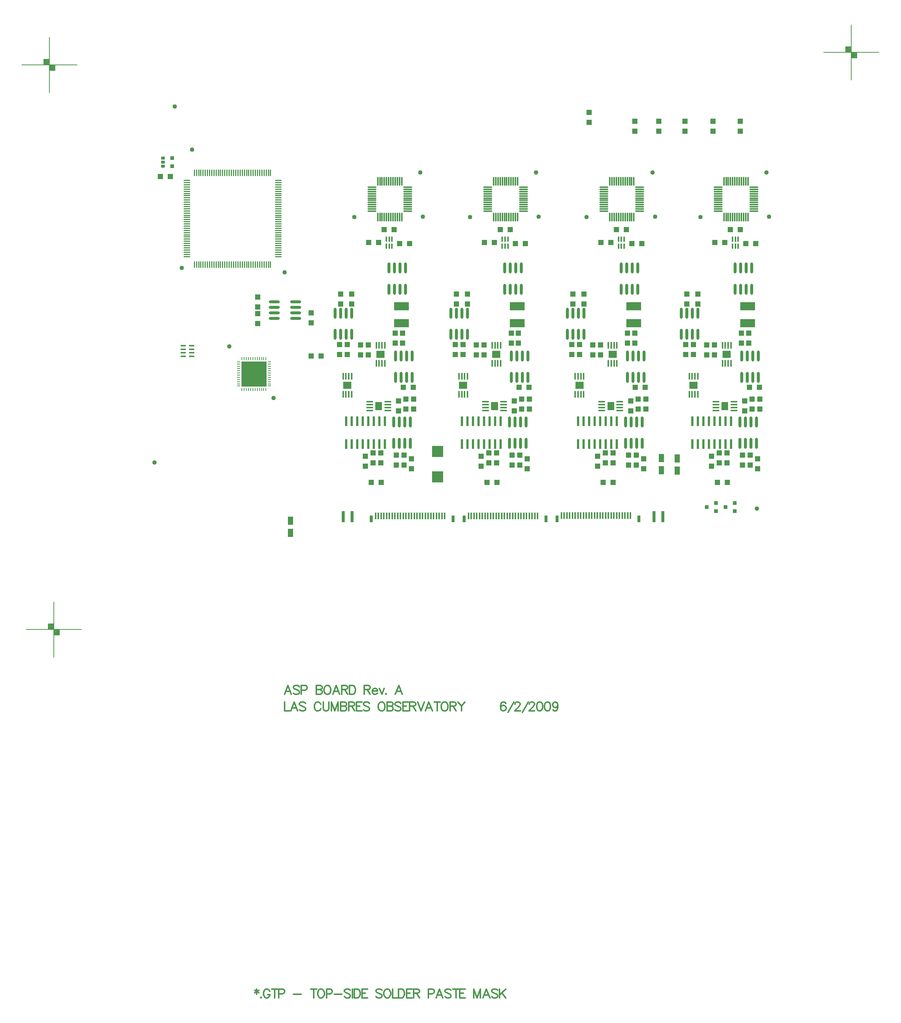
<source format=gtp>
%FSLAX23Y23*%
%MOIN*%
G70*
G01*
G75*
G04 Layer_Color=8421504*
%ADD10C,0.005*%
%ADD11R,0.050X0.050*%
%ADD12O,0.098X0.028*%
%ADD13R,0.036X0.036*%
%ADD14R,0.030X0.100*%
%ADD15R,0.014X0.060*%
%ADD16R,0.031X0.060*%
%ADD17R,0.048X0.078*%
%ADD18R,0.050X0.050*%
%ADD19O,0.033X0.008*%
%ADD20O,0.008X0.033*%
%ADD21R,0.228X0.228*%
%ADD22R,0.016X0.061*%
%ADD23R,0.074X0.062*%
%ADD24R,0.134X0.075*%
%ADD25O,0.028X0.098*%
%ADD26R,0.024X0.087*%
%ADD27R,0.061X0.016*%
%ADD28R,0.062X0.074*%
%ADD29O,0.012X0.083*%
%ADD30O,0.083X0.012*%
%ADD31R,0.014X0.049*%
%ADD32R,0.036X0.028*%
%ADD33O,0.061X0.010*%
%ADD34O,0.010X0.061*%
%ADD35R,0.045X0.017*%
%ADD36R,0.100X0.100*%
%ADD37C,0.040*%
%ADD38C,0.025*%
%ADD39C,0.010*%
%ADD40C,0.012*%
%ADD41R,1.181X0.787*%
%ADD42C,0.008*%
%ADD43C,0.012*%
%ADD44C,0.012*%
%ADD45C,0.050*%
%ADD46C,0.026*%
%ADD47P,0.057X4X247.5*%
%ADD48C,0.080*%
%ADD49C,0.020*%
%ADD50R,0.060X0.060*%
%ADD51C,0.060*%
%ADD52R,0.060X0.060*%
%ADD53C,0.059*%
%ADD54R,0.059X0.059*%
%ADD55R,0.059X0.059*%
%ADD56C,0.236*%
%ADD57C,0.024*%
%ADD58C,0.040*%
%ADD59C,0.100*%
%ADD60C,0.045*%
%ADD61C,0.033*%
%ADD62C,0.072*%
%ADD63C,0.030*%
%ADD64C,0.055*%
G04:AMPARAMS|DCode=65|XSize=95.433mil|YSize=95.433mil|CornerRadius=0mil|HoleSize=0mil|Usage=FLASHONLY|Rotation=0.000|XOffset=0mil|YOffset=0mil|HoleType=Round|Shape=Relief|Width=10mil|Gap=10mil|Entries=4|*
%AMTHD65*
7,0,0,0.095,0.075,0.010,45*
%
%ADD65THD65*%
G04:AMPARAMS|DCode=66|XSize=112mil|YSize=112mil|CornerRadius=0mil|HoleSize=0mil|Usage=FLASHONLY|Rotation=0.000|XOffset=0mil|YOffset=0mil|HoleType=Round|Shape=Relief|Width=10mil|Gap=10mil|Entries=4|*
%AMTHD66*
7,0,0,0.112,0.092,0.010,45*
%
%ADD66THD66*%
%ADD67C,0.138*%
G04:AMPARAMS|DCode=68|XSize=70mil|YSize=70mil|CornerRadius=0mil|HoleSize=0mil|Usage=FLASHONLY|Rotation=0.000|XOffset=0mil|YOffset=0mil|HoleType=Round|Shape=Relief|Width=10mil|Gap=10mil|Entries=4|*
%AMTHD68*
7,0,0,0.070,0.050,0.010,45*
%
%ADD68THD68*%
%ADD69C,0.030*%
G04:AMPARAMS|DCode=70|XSize=85mil|YSize=85mil|CornerRadius=0mil|HoleSize=0mil|Usage=FLASHONLY|Rotation=0.000|XOffset=0mil|YOffset=0mil|HoleType=Round|Shape=Relief|Width=10mil|Gap=10mil|Entries=4|*
%AMTHD70*
7,0,0,0.085,0.065,0.010,45*
%
%ADD70THD70*%
%ADD71R,0.078X0.048*%
%ADD72R,0.060X0.086*%
%ADD73R,0.086X0.060*%
%ADD74R,0.075X0.063*%
%ADD75R,0.044X0.096*%
%ADD76R,1.181X0.787*%
%ADD77C,0.010*%
%ADD78C,0.010*%
%ADD79C,0.008*%
%ADD80C,0.024*%
%ADD81C,0.004*%
%ADD82C,0.006*%
%ADD83C,0.007*%
%ADD84R,0.240X0.165*%
%ADD85R,0.074X0.062*%
%ADD86R,0.062X0.074*%
D11*
X11980Y11992D02*
D03*
Y12082D02*
D03*
Y12233D02*
D03*
Y12143D02*
D03*
X16420Y11817D02*
D03*
Y11907D02*
D03*
X16110Y11709D02*
D03*
Y11799D02*
D03*
X16353Y11815D02*
D03*
Y11905D02*
D03*
X16450Y11309D02*
D03*
Y11219D02*
D03*
X16520Y11309D02*
D03*
Y11219D02*
D03*
X16040Y11709D02*
D03*
Y11799D02*
D03*
X15960Y12259D02*
D03*
Y12169D02*
D03*
X16433Y10801D02*
D03*
Y10711D02*
D03*
X16083Y10701D02*
D03*
Y10791D02*
D03*
X15919Y11712D02*
D03*
Y11802D02*
D03*
X15860Y12169D02*
D03*
Y12259D02*
D03*
X15849Y11802D02*
D03*
Y11712D02*
D03*
X16223Y10731D02*
D03*
Y10821D02*
D03*
X16153Y10731D02*
D03*
Y10821D02*
D03*
X16500Y10679D02*
D03*
Y10769D02*
D03*
X16363Y10711D02*
D03*
Y10801D02*
D03*
X16383Y11291D02*
D03*
Y11201D02*
D03*
X15389Y11817D02*
D03*
Y11907D02*
D03*
X15079Y11709D02*
D03*
Y11799D02*
D03*
X15322Y11815D02*
D03*
Y11905D02*
D03*
X15419Y11309D02*
D03*
Y11219D02*
D03*
X15489Y11309D02*
D03*
Y11219D02*
D03*
X15009Y11709D02*
D03*
Y11799D02*
D03*
X14929Y12259D02*
D03*
Y12169D02*
D03*
X15402Y10801D02*
D03*
Y10711D02*
D03*
X15052Y10701D02*
D03*
Y10791D02*
D03*
X14888Y11712D02*
D03*
Y11802D02*
D03*
X14829Y12169D02*
D03*
Y12259D02*
D03*
X14818Y11802D02*
D03*
Y11712D02*
D03*
X15192Y10731D02*
D03*
Y10821D02*
D03*
X15122Y10731D02*
D03*
Y10821D02*
D03*
X15469Y10679D02*
D03*
Y10769D02*
D03*
X15332Y10711D02*
D03*
Y10801D02*
D03*
X15352Y11291D02*
D03*
Y11201D02*
D03*
X14337Y11817D02*
D03*
Y11907D02*
D03*
X14027Y11709D02*
D03*
Y11799D02*
D03*
X14271Y11815D02*
D03*
Y11905D02*
D03*
X14367Y11309D02*
D03*
Y11219D02*
D03*
X14437Y11309D02*
D03*
Y11219D02*
D03*
X13957Y11709D02*
D03*
Y11799D02*
D03*
X13877Y12259D02*
D03*
Y12169D02*
D03*
X14350Y10801D02*
D03*
Y10711D02*
D03*
X14000Y10701D02*
D03*
Y10791D02*
D03*
X13836Y11712D02*
D03*
Y11802D02*
D03*
X13777Y12169D02*
D03*
Y12259D02*
D03*
X13766Y11802D02*
D03*
Y11712D02*
D03*
X14140Y10731D02*
D03*
Y10821D02*
D03*
X14070Y10731D02*
D03*
Y10821D02*
D03*
X14417Y10679D02*
D03*
Y10769D02*
D03*
X14280Y10711D02*
D03*
Y10801D02*
D03*
X14300Y11291D02*
D03*
Y11201D02*
D03*
X13290Y11817D02*
D03*
Y11907D02*
D03*
X12980Y11709D02*
D03*
Y11799D02*
D03*
X13224Y11815D02*
D03*
Y11905D02*
D03*
X13320Y11309D02*
D03*
Y11219D02*
D03*
X13390Y11309D02*
D03*
Y11219D02*
D03*
X12910Y11709D02*
D03*
Y11799D02*
D03*
X12830Y12259D02*
D03*
Y12169D02*
D03*
X13303Y10801D02*
D03*
Y10711D02*
D03*
X12953Y10701D02*
D03*
Y10791D02*
D03*
X12789Y11712D02*
D03*
Y11802D02*
D03*
X12730Y12169D02*
D03*
Y12259D02*
D03*
X12719Y11802D02*
D03*
Y11712D02*
D03*
X13093Y10731D02*
D03*
Y10821D02*
D03*
X13023Y10731D02*
D03*
Y10821D02*
D03*
X13370Y10679D02*
D03*
Y10769D02*
D03*
X13233Y10711D02*
D03*
Y10801D02*
D03*
X13253Y11291D02*
D03*
Y11201D02*
D03*
X12464Y11999D02*
D03*
Y12089D02*
D03*
X15605Y13733D02*
D03*
Y13823D02*
D03*
X16097Y13733D02*
D03*
Y13823D02*
D03*
X16343D02*
D03*
Y13733D02*
D03*
X14975Y13901D02*
D03*
Y13811D02*
D03*
X15389Y13823D02*
D03*
Y13733D02*
D03*
X15841Y13823D02*
D03*
Y13733D02*
D03*
D12*
X12129Y12189D02*
D03*
Y12139D02*
D03*
Y12089D02*
D03*
Y12039D02*
D03*
X12322Y12189D02*
D03*
Y12139D02*
D03*
Y12089D02*
D03*
Y12039D02*
D03*
D13*
X16294Y10294D02*
D03*
X16208Y10331D02*
D03*
X16294Y10368D02*
D03*
X16124Y10294D02*
D03*
X16038Y10331D02*
D03*
X16124Y10368D02*
D03*
X11207Y13414D02*
D03*
Y13488D02*
D03*
D14*
X15642Y10245D02*
D03*
X15563D02*
D03*
X12832Y10244D02*
D03*
X12753D02*
D03*
D15*
X13045Y10253D02*
D03*
X13070D02*
D03*
X13095D02*
D03*
X13120D02*
D03*
X13145D02*
D03*
X13170D02*
D03*
X13195D02*
D03*
X13220D02*
D03*
X13245D02*
D03*
X13270D02*
D03*
X13295D02*
D03*
X13320D02*
D03*
X13345D02*
D03*
X13370D02*
D03*
X13395D02*
D03*
X13420D02*
D03*
X13445D02*
D03*
X13470D02*
D03*
X13495D02*
D03*
X13520D02*
D03*
X13545D02*
D03*
X13570D02*
D03*
X13595D02*
D03*
X13620D02*
D03*
X13645D02*
D03*
X13670D02*
D03*
X13885D02*
D03*
X13910D02*
D03*
X13935D02*
D03*
X13960D02*
D03*
X13985D02*
D03*
X14010D02*
D03*
X14035D02*
D03*
X14060D02*
D03*
X14085D02*
D03*
X14110D02*
D03*
X14135D02*
D03*
X14160D02*
D03*
X14185D02*
D03*
X14210D02*
D03*
X14235D02*
D03*
X14260D02*
D03*
X14285D02*
D03*
X14310D02*
D03*
X14335D02*
D03*
X14360D02*
D03*
X14385D02*
D03*
X14410D02*
D03*
X14435D02*
D03*
X14460D02*
D03*
X14485D02*
D03*
X14510D02*
D03*
X14725Y10254D02*
D03*
X14750D02*
D03*
X14775D02*
D03*
X14800D02*
D03*
X14825D02*
D03*
X14850D02*
D03*
X14875D02*
D03*
X14900D02*
D03*
X14925D02*
D03*
X14950D02*
D03*
X14975D02*
D03*
X15000D02*
D03*
X15025D02*
D03*
X15050D02*
D03*
X15075D02*
D03*
X15100D02*
D03*
X15125D02*
D03*
X15150D02*
D03*
X15175D02*
D03*
X15200D02*
D03*
X15225D02*
D03*
X15250D02*
D03*
X15275D02*
D03*
X15300D02*
D03*
X15325D02*
D03*
X15350D02*
D03*
D16*
X13007Y10226D02*
D03*
X13747D02*
D03*
X13847D02*
D03*
X14587D02*
D03*
X15427D02*
D03*
X14687D02*
D03*
D17*
X15628Y10666D02*
D03*
Y10776D02*
D03*
X12277Y10099D02*
D03*
Y10209D02*
D03*
X15773Y10663D02*
D03*
Y10773D02*
D03*
D18*
X11099Y13321D02*
D03*
X11189D02*
D03*
X12553Y11699D02*
D03*
X12463D02*
D03*
X16515Y11414D02*
D03*
X16425D02*
D03*
X16135Y10554D02*
D03*
X16225D02*
D03*
X16113Y12724D02*
D03*
X16203D02*
D03*
X16254Y12843D02*
D03*
X16344D02*
D03*
X16483Y12714D02*
D03*
X16393D02*
D03*
X15484Y11414D02*
D03*
X15394D02*
D03*
X15104Y10554D02*
D03*
X15194D02*
D03*
X15082Y12724D02*
D03*
X15172D02*
D03*
X15223Y12843D02*
D03*
X15313D02*
D03*
X15452Y12714D02*
D03*
X15362D02*
D03*
X14432Y11414D02*
D03*
X14342D02*
D03*
X14052Y10554D02*
D03*
X14142D02*
D03*
X14030Y12724D02*
D03*
X14120D02*
D03*
X14171Y12843D02*
D03*
X14261D02*
D03*
X14400Y12714D02*
D03*
X14310D02*
D03*
X13385Y11414D02*
D03*
X13295D02*
D03*
X13005Y10554D02*
D03*
X13095D02*
D03*
X12983Y12724D02*
D03*
X13073D02*
D03*
X13124Y12843D02*
D03*
X13214D02*
D03*
X13353Y12714D02*
D03*
X13263D02*
D03*
D19*
X11805Y11644D02*
D03*
Y11624D02*
D03*
Y11605D02*
D03*
Y11585D02*
D03*
Y11565D02*
D03*
Y11546D02*
D03*
Y11526D02*
D03*
Y11506D02*
D03*
Y11487D02*
D03*
Y11467D02*
D03*
Y11447D02*
D03*
Y11428D02*
D03*
X12086D02*
D03*
Y11447D02*
D03*
Y11467D02*
D03*
Y11487D02*
D03*
Y11506D02*
D03*
Y11526D02*
D03*
Y11546D02*
D03*
Y11565D02*
D03*
Y11585D02*
D03*
Y11605D02*
D03*
Y11624D02*
D03*
Y11644D02*
D03*
D20*
X11837Y11395D02*
D03*
X11857D02*
D03*
X11877D02*
D03*
X11896D02*
D03*
X11916D02*
D03*
X11936D02*
D03*
X11955D02*
D03*
X11975D02*
D03*
X11995D02*
D03*
X12015D02*
D03*
X12034D02*
D03*
X12054D02*
D03*
Y11677D02*
D03*
X12034D02*
D03*
X12015D02*
D03*
X11995D02*
D03*
X11975D02*
D03*
X11955D02*
D03*
X11936D02*
D03*
X11916D02*
D03*
X11896D02*
D03*
X11877D02*
D03*
X11857D02*
D03*
X11837D02*
D03*
D21*
X11946Y11536D02*
D03*
D22*
X16259Y11795D02*
D03*
X16233D02*
D03*
X16207D02*
D03*
X16182D02*
D03*
X16259Y11632D02*
D03*
X16233D02*
D03*
X16207D02*
D03*
X16182D02*
D03*
X15959Y11515D02*
D03*
X15933D02*
D03*
X15907D02*
D03*
X15882D02*
D03*
X15959Y11352D02*
D03*
X15933D02*
D03*
X15907D02*
D03*
X15882D02*
D03*
X15227Y11795D02*
D03*
X15201D02*
D03*
X15176D02*
D03*
X15150D02*
D03*
X15227Y11632D02*
D03*
X15201D02*
D03*
X15176D02*
D03*
X15150D02*
D03*
X14927Y11515D02*
D03*
X14901D02*
D03*
X14876D02*
D03*
X14850D02*
D03*
X14927Y11352D02*
D03*
X14901D02*
D03*
X14876D02*
D03*
X14850D02*
D03*
X14176Y11795D02*
D03*
X14150D02*
D03*
X14125D02*
D03*
X14099D02*
D03*
X14176Y11632D02*
D03*
X14150D02*
D03*
X14125D02*
D03*
X14099D02*
D03*
X13876Y11515D02*
D03*
X13850D02*
D03*
X13825D02*
D03*
X13799D02*
D03*
X13876Y11352D02*
D03*
X13850D02*
D03*
X13825D02*
D03*
X13799D02*
D03*
X13129Y11795D02*
D03*
X13103D02*
D03*
X13077D02*
D03*
X13052D02*
D03*
X13129Y11632D02*
D03*
X13103D02*
D03*
X13077D02*
D03*
X13052D02*
D03*
X12829Y11515D02*
D03*
X12803D02*
D03*
X12777D02*
D03*
X12752D02*
D03*
X12829Y11352D02*
D03*
X12803D02*
D03*
X12777D02*
D03*
X12752D02*
D03*
D23*
X16220Y11714D02*
D03*
X15920Y11434D02*
D03*
X15189Y11714D02*
D03*
X14889Y11434D02*
D03*
X14137Y11714D02*
D03*
X13837Y11434D02*
D03*
X13090Y11714D02*
D03*
X12790Y11434D02*
D03*
D24*
X16410Y11995D02*
D03*
Y12148D02*
D03*
X15379Y11995D02*
D03*
Y12148D02*
D03*
X14327Y11995D02*
D03*
Y12148D02*
D03*
X13280Y11995D02*
D03*
Y12148D02*
D03*
D25*
X16355Y11507D02*
D03*
X16405D02*
D03*
X16455D02*
D03*
X16505D02*
D03*
X16355Y11700D02*
D03*
X16405D02*
D03*
X16455D02*
D03*
X16505D02*
D03*
X15810Y11894D02*
D03*
X15860D02*
D03*
X15910D02*
D03*
X15960D02*
D03*
X15810Y12087D02*
D03*
X15860D02*
D03*
X15910D02*
D03*
X15960D02*
D03*
X16338Y10909D02*
D03*
X16388D02*
D03*
X16438D02*
D03*
X16488D02*
D03*
X16338Y11102D02*
D03*
X16388D02*
D03*
X16438D02*
D03*
X16488D02*
D03*
X16296Y12303D02*
D03*
X16346D02*
D03*
X16396D02*
D03*
X16446D02*
D03*
X16296Y12496D02*
D03*
X16346D02*
D03*
X16396D02*
D03*
X16446D02*
D03*
X15324Y11507D02*
D03*
X15374D02*
D03*
X15424D02*
D03*
X15474D02*
D03*
X15324Y11700D02*
D03*
X15374D02*
D03*
X15424D02*
D03*
X15474D02*
D03*
X14779Y11894D02*
D03*
X14829D02*
D03*
X14879D02*
D03*
X14929D02*
D03*
X14779Y12087D02*
D03*
X14829D02*
D03*
X14879D02*
D03*
X14929D02*
D03*
X15307Y10909D02*
D03*
X15357D02*
D03*
X15407D02*
D03*
X15457D02*
D03*
X15307Y11102D02*
D03*
X15357D02*
D03*
X15407D02*
D03*
X15457D02*
D03*
X15265Y12303D02*
D03*
X15315D02*
D03*
X15365D02*
D03*
X15415D02*
D03*
X15265Y12496D02*
D03*
X15315D02*
D03*
X15365D02*
D03*
X15415D02*
D03*
X14272Y11507D02*
D03*
X14322D02*
D03*
X14372D02*
D03*
X14422D02*
D03*
X14272Y11700D02*
D03*
X14322D02*
D03*
X14372D02*
D03*
X14422D02*
D03*
X13727Y11894D02*
D03*
X13777D02*
D03*
X13827D02*
D03*
X13877D02*
D03*
X13727Y12087D02*
D03*
X13777D02*
D03*
X13827D02*
D03*
X13877D02*
D03*
X14255Y10909D02*
D03*
X14305D02*
D03*
X14355D02*
D03*
X14405D02*
D03*
X14255Y11102D02*
D03*
X14305D02*
D03*
X14355D02*
D03*
X14405D02*
D03*
X14213Y12303D02*
D03*
X14263D02*
D03*
X14313D02*
D03*
X14363D02*
D03*
X14213Y12496D02*
D03*
X14263D02*
D03*
X14313D02*
D03*
X14363D02*
D03*
X13225Y11507D02*
D03*
X13275D02*
D03*
X13325D02*
D03*
X13375D02*
D03*
X13225Y11700D02*
D03*
X13275D02*
D03*
X13325D02*
D03*
X13375D02*
D03*
X12680Y11894D02*
D03*
X12730D02*
D03*
X12780D02*
D03*
X12830D02*
D03*
X12680Y12087D02*
D03*
X12730D02*
D03*
X12780D02*
D03*
X12830D02*
D03*
X13166Y12303D02*
D03*
X13216D02*
D03*
X13266D02*
D03*
X13316D02*
D03*
X13166Y12496D02*
D03*
X13216D02*
D03*
X13266D02*
D03*
X13316D02*
D03*
X13358Y11102D02*
D03*
X13308D02*
D03*
X13258D02*
D03*
X13208D02*
D03*
X13358Y10909D02*
D03*
X13308D02*
D03*
X13258D02*
D03*
X13208D02*
D03*
D26*
X16258Y11108D02*
D03*
X16208D02*
D03*
X16158D02*
D03*
X16108D02*
D03*
X16058D02*
D03*
X16008D02*
D03*
X15958D02*
D03*
X15908D02*
D03*
X16258Y10903D02*
D03*
X16208D02*
D03*
X16158D02*
D03*
X16108D02*
D03*
X16058D02*
D03*
X16008D02*
D03*
X15958D02*
D03*
X15908D02*
D03*
X15227Y11108D02*
D03*
X15177D02*
D03*
X15127D02*
D03*
X15077D02*
D03*
X15027D02*
D03*
X14977D02*
D03*
X14927D02*
D03*
X14877D02*
D03*
X15227Y10903D02*
D03*
X15177D02*
D03*
X15127D02*
D03*
X15077D02*
D03*
X15027D02*
D03*
X14977D02*
D03*
X14927D02*
D03*
X14877D02*
D03*
X14175Y11108D02*
D03*
X14125D02*
D03*
X14075D02*
D03*
X14025D02*
D03*
X13975D02*
D03*
X13925D02*
D03*
X13875D02*
D03*
X13825D02*
D03*
X14175Y10903D02*
D03*
X14125D02*
D03*
X14075D02*
D03*
X14025D02*
D03*
X13975D02*
D03*
X13925D02*
D03*
X13875D02*
D03*
X13825D02*
D03*
X13128Y11108D02*
D03*
X13078D02*
D03*
X13028D02*
D03*
X12978D02*
D03*
X12928D02*
D03*
X12878D02*
D03*
X12828D02*
D03*
X12778D02*
D03*
X13128Y10903D02*
D03*
X13078D02*
D03*
X13028D02*
D03*
X12978D02*
D03*
X12928D02*
D03*
X12878D02*
D03*
X12828D02*
D03*
X12778D02*
D03*
D27*
X16121Y11284D02*
D03*
Y11258D02*
D03*
Y11233D02*
D03*
Y11207D02*
D03*
X16285Y11284D02*
D03*
Y11258D02*
D03*
Y11233D02*
D03*
Y11207D02*
D03*
X15090Y11284D02*
D03*
Y11258D02*
D03*
Y11233D02*
D03*
Y11207D02*
D03*
X15253Y11284D02*
D03*
Y11258D02*
D03*
Y11233D02*
D03*
Y11207D02*
D03*
X14039Y11284D02*
D03*
Y11258D02*
D03*
Y11233D02*
D03*
Y11207D02*
D03*
X14202Y11284D02*
D03*
Y11258D02*
D03*
Y11233D02*
D03*
Y11207D02*
D03*
X12992Y11284D02*
D03*
Y11258D02*
D03*
Y11233D02*
D03*
Y11207D02*
D03*
X13155Y11284D02*
D03*
Y11258D02*
D03*
Y11233D02*
D03*
Y11207D02*
D03*
D28*
X16203Y11246D02*
D03*
X15172D02*
D03*
X14120D02*
D03*
X13073D02*
D03*
D29*
X16195Y12956D02*
D03*
X16215D02*
D03*
X16234D02*
D03*
X16254D02*
D03*
X16274D02*
D03*
X16293D02*
D03*
X16313D02*
D03*
X16333D02*
D03*
X16352D02*
D03*
X16372D02*
D03*
X16392D02*
D03*
X16411D02*
D03*
Y13279D02*
D03*
X16392D02*
D03*
X16372D02*
D03*
X16352D02*
D03*
X16333D02*
D03*
X16313D02*
D03*
X16293D02*
D03*
X16274D02*
D03*
X16254D02*
D03*
X16234D02*
D03*
X16215D02*
D03*
X16195D02*
D03*
X15163Y12956D02*
D03*
X15183D02*
D03*
X15203D02*
D03*
X15222D02*
D03*
X15242D02*
D03*
X15262D02*
D03*
X15282D02*
D03*
X15301D02*
D03*
X15321D02*
D03*
X15341D02*
D03*
X15360D02*
D03*
X15380D02*
D03*
Y13279D02*
D03*
X15360D02*
D03*
X15341D02*
D03*
X15321D02*
D03*
X15301D02*
D03*
X15282D02*
D03*
X15262D02*
D03*
X15242D02*
D03*
X15222D02*
D03*
X15203D02*
D03*
X15183D02*
D03*
X15163D02*
D03*
X13065Y12956D02*
D03*
X13085D02*
D03*
X13104D02*
D03*
X13124D02*
D03*
X13144D02*
D03*
X13163D02*
D03*
X13183D02*
D03*
X13203D02*
D03*
X13222D02*
D03*
X13242D02*
D03*
X13262D02*
D03*
X13282D02*
D03*
Y13279D02*
D03*
X13262D02*
D03*
X13242D02*
D03*
X13222D02*
D03*
X13203D02*
D03*
X13183D02*
D03*
X13163D02*
D03*
X13144D02*
D03*
X13124D02*
D03*
X13104D02*
D03*
X13085D02*
D03*
X13065D02*
D03*
X14112D02*
D03*
X14132D02*
D03*
X14152D02*
D03*
X14171D02*
D03*
X14191D02*
D03*
X14211D02*
D03*
X14230D02*
D03*
X14250D02*
D03*
X14270D02*
D03*
X14289D02*
D03*
X14309D02*
D03*
X14329D02*
D03*
Y12956D02*
D03*
X14309D02*
D03*
X14289D02*
D03*
X14270D02*
D03*
X14250D02*
D03*
X14230D02*
D03*
X14211D02*
D03*
X14191D02*
D03*
X14171D02*
D03*
X14152D02*
D03*
X14132D02*
D03*
X14112D02*
D03*
D30*
X16465Y13009D02*
D03*
Y13029D02*
D03*
Y13049D02*
D03*
Y13068D02*
D03*
Y13088D02*
D03*
Y13108D02*
D03*
Y13127D02*
D03*
Y13147D02*
D03*
Y13167D02*
D03*
Y13187D02*
D03*
Y13206D02*
D03*
Y13226D02*
D03*
X16142D02*
D03*
Y13206D02*
D03*
Y13187D02*
D03*
Y13167D02*
D03*
Y13147D02*
D03*
Y13127D02*
D03*
Y13108D02*
D03*
Y13088D02*
D03*
Y13068D02*
D03*
Y13049D02*
D03*
Y13029D02*
D03*
Y13009D02*
D03*
X15433D02*
D03*
Y13029D02*
D03*
Y13049D02*
D03*
Y13068D02*
D03*
Y13088D02*
D03*
Y13108D02*
D03*
Y13127D02*
D03*
Y13147D02*
D03*
Y13167D02*
D03*
Y13187D02*
D03*
Y13206D02*
D03*
Y13226D02*
D03*
X15110D02*
D03*
Y13206D02*
D03*
Y13187D02*
D03*
Y13167D02*
D03*
Y13147D02*
D03*
Y13127D02*
D03*
Y13108D02*
D03*
Y13088D02*
D03*
Y13068D02*
D03*
Y13049D02*
D03*
Y13029D02*
D03*
Y13009D02*
D03*
X13335D02*
D03*
Y13029D02*
D03*
Y13049D02*
D03*
Y13068D02*
D03*
Y13088D02*
D03*
Y13108D02*
D03*
Y13127D02*
D03*
Y13147D02*
D03*
Y13167D02*
D03*
Y13187D02*
D03*
Y13206D02*
D03*
Y13226D02*
D03*
X13012D02*
D03*
Y13206D02*
D03*
Y13187D02*
D03*
Y13167D02*
D03*
Y13147D02*
D03*
Y13127D02*
D03*
Y13108D02*
D03*
Y13088D02*
D03*
Y13068D02*
D03*
Y13049D02*
D03*
Y13029D02*
D03*
Y13009D02*
D03*
X14059D02*
D03*
Y13029D02*
D03*
Y13049D02*
D03*
Y13068D02*
D03*
Y13088D02*
D03*
Y13108D02*
D03*
Y13127D02*
D03*
Y13147D02*
D03*
Y13167D02*
D03*
Y13187D02*
D03*
Y13206D02*
D03*
Y13226D02*
D03*
X14382D02*
D03*
Y13206D02*
D03*
Y13187D02*
D03*
Y13167D02*
D03*
Y13147D02*
D03*
Y13127D02*
D03*
Y13108D02*
D03*
Y13088D02*
D03*
Y13068D02*
D03*
Y13049D02*
D03*
Y13029D02*
D03*
Y13009D02*
D03*
D31*
X16324Y12754D02*
D03*
X16298D02*
D03*
X16273D02*
D03*
X16324Y12693D02*
D03*
X16298D02*
D03*
X16273D02*
D03*
X15292Y12754D02*
D03*
X15267D02*
D03*
X15241D02*
D03*
X15292Y12693D02*
D03*
X15267D02*
D03*
X15241D02*
D03*
X14241Y12754D02*
D03*
X14215D02*
D03*
X14190D02*
D03*
X14241Y12693D02*
D03*
X14215D02*
D03*
X14190D02*
D03*
X13194Y12754D02*
D03*
X13168D02*
D03*
X13143D02*
D03*
X13194Y12693D02*
D03*
X13168D02*
D03*
X13143D02*
D03*
D32*
X11121Y13451D02*
D03*
Y13414D02*
D03*
Y13488D02*
D03*
D33*
X11338Y13285D02*
D03*
Y13266D02*
D03*
Y13246D02*
D03*
Y13226D02*
D03*
Y13207D02*
D03*
Y13187D02*
D03*
Y13167D02*
D03*
Y13148D02*
D03*
Y13128D02*
D03*
Y13108D02*
D03*
Y13089D02*
D03*
Y13069D02*
D03*
Y13049D02*
D03*
Y13029D02*
D03*
Y13010D02*
D03*
Y12990D02*
D03*
Y12970D02*
D03*
Y12951D02*
D03*
Y12931D02*
D03*
Y12911D02*
D03*
Y12892D02*
D03*
Y12872D02*
D03*
Y12852D02*
D03*
Y12833D02*
D03*
Y12813D02*
D03*
Y12793D02*
D03*
Y12774D02*
D03*
Y12754D02*
D03*
Y12734D02*
D03*
Y12715D02*
D03*
Y12695D02*
D03*
Y12675D02*
D03*
Y12655D02*
D03*
Y12636D02*
D03*
Y12616D02*
D03*
Y12596D02*
D03*
X12167D02*
D03*
Y12616D02*
D03*
Y12636D02*
D03*
Y12655D02*
D03*
Y12675D02*
D03*
Y12695D02*
D03*
Y12715D02*
D03*
Y12734D02*
D03*
Y12754D02*
D03*
Y12774D02*
D03*
Y12793D02*
D03*
Y12813D02*
D03*
Y12833D02*
D03*
Y12852D02*
D03*
Y12872D02*
D03*
Y12892D02*
D03*
Y12911D02*
D03*
Y12931D02*
D03*
Y12951D02*
D03*
Y12970D02*
D03*
Y12990D02*
D03*
Y13010D02*
D03*
Y13029D02*
D03*
Y13049D02*
D03*
Y13069D02*
D03*
Y13089D02*
D03*
Y13108D02*
D03*
Y13128D02*
D03*
Y13148D02*
D03*
Y13167D02*
D03*
Y13187D02*
D03*
Y13207D02*
D03*
Y13226D02*
D03*
Y13246D02*
D03*
Y13266D02*
D03*
Y13285D02*
D03*
D34*
X11408Y12527D02*
D03*
X11428D02*
D03*
X11448D02*
D03*
X11467D02*
D03*
X11487D02*
D03*
X11507D02*
D03*
X11526D02*
D03*
X11546D02*
D03*
X11566D02*
D03*
X11585D02*
D03*
X11605D02*
D03*
X11625D02*
D03*
X11644D02*
D03*
X11664D02*
D03*
X11684D02*
D03*
X11704D02*
D03*
X11723D02*
D03*
X11743D02*
D03*
X11763D02*
D03*
X11782D02*
D03*
X11802D02*
D03*
X11822D02*
D03*
X11841D02*
D03*
X11861D02*
D03*
X11881D02*
D03*
X11900D02*
D03*
X11920D02*
D03*
X11940D02*
D03*
X11959D02*
D03*
X11979D02*
D03*
X11999D02*
D03*
X12018D02*
D03*
X12038D02*
D03*
X12058D02*
D03*
X12078D02*
D03*
X12097D02*
D03*
Y13355D02*
D03*
X12078D02*
D03*
X12058D02*
D03*
X12038D02*
D03*
X12018D02*
D03*
X11999D02*
D03*
X11979D02*
D03*
X11959D02*
D03*
X11940D02*
D03*
X11920D02*
D03*
X11900D02*
D03*
X11881D02*
D03*
X11861D02*
D03*
X11841D02*
D03*
X11822D02*
D03*
X11802D02*
D03*
X11782D02*
D03*
X11763D02*
D03*
X11743D02*
D03*
X11723D02*
D03*
X11704D02*
D03*
X11684D02*
D03*
X11664D02*
D03*
X11644D02*
D03*
X11625D02*
D03*
X11605D02*
D03*
X11585D02*
D03*
X11566D02*
D03*
X11546D02*
D03*
X11526D02*
D03*
X11507D02*
D03*
X11487D02*
D03*
X11467D02*
D03*
X11448D02*
D03*
X11428D02*
D03*
X11408D02*
D03*
D35*
X11382Y11791D02*
D03*
Y11760D02*
D03*
Y11728D02*
D03*
Y11697D02*
D03*
X11305D02*
D03*
Y11728D02*
D03*
Y11760D02*
D03*
Y11791D02*
D03*
D36*
X13607Y10835D02*
D03*
Y10605D02*
D03*
D37*
X11047Y10736D02*
D03*
X11230Y13957D02*
D03*
X16492Y10318D02*
D03*
X12124Y11319D02*
D03*
X11724Y11785D02*
D03*
X12222Y12457D02*
D03*
X11291Y12495D02*
D03*
X11385Y13567D02*
D03*
X13473Y12960D02*
D03*
X12852Y12955D02*
D03*
X13449Y13360D02*
D03*
X14496D02*
D03*
X13899Y12955D02*
D03*
X14520Y12960D02*
D03*
X15548Y13360D02*
D03*
X14951Y12955D02*
D03*
X15572Y12960D02*
D03*
X16579Y13360D02*
D03*
X15982Y12955D02*
D03*
X16603Y12960D02*
D03*
D42*
X9847Y14333D02*
X10347D01*
X10097Y14083D02*
Y14583D01*
X10147Y14283D02*
Y14333D01*
X10097Y14283D02*
X10147D01*
X10047Y14333D02*
Y14383D01*
X10097D01*
X10052Y14338D02*
X10092D01*
X10052D02*
Y14378D01*
X10092D01*
Y14338D02*
Y14378D01*
X10057Y14343D02*
X10087D01*
X10057D02*
Y14373D01*
X10087D01*
Y14348D02*
Y14373D01*
X10062Y14348D02*
X10082D01*
X10062D02*
Y14368D01*
X10082D01*
Y14353D02*
Y14368D01*
X10067Y14353D02*
X10077D01*
X10067D02*
Y14363D01*
X10077D01*
Y14353D02*
Y14363D01*
X10067Y14358D02*
X10077D01*
X10102Y14288D02*
X10142D01*
X10102D02*
Y14328D01*
X10142D01*
Y14288D02*
Y14328D01*
X10107Y14293D02*
X10137D01*
X10107D02*
Y14323D01*
X10137D01*
Y14298D02*
Y14323D01*
X10112Y14298D02*
X10132D01*
X10112D02*
Y14318D01*
X10132D01*
Y14303D02*
Y14318D01*
X10117Y14303D02*
X10127D01*
X10117D02*
Y14313D01*
X10127D01*
Y14303D02*
Y14313D01*
X10117Y14308D02*
X10127D01*
X9885Y9227D02*
X10385D01*
X10135Y8977D02*
Y9477D01*
X10185Y9177D02*
Y9227D01*
X10135Y9177D02*
X10185D01*
X10085Y9227D02*
Y9277D01*
X10135D01*
X10090Y9232D02*
X10130D01*
X10090D02*
Y9272D01*
X10130D01*
Y9232D02*
Y9272D01*
X10095Y9237D02*
X10125D01*
X10095D02*
Y9267D01*
X10125D01*
Y9242D02*
Y9267D01*
X10100Y9242D02*
X10120D01*
X10100D02*
Y9262D01*
X10120D01*
Y9247D02*
Y9262D01*
X10105Y9247D02*
X10115D01*
X10105D02*
Y9257D01*
X10115D01*
Y9247D02*
Y9257D01*
X10105Y9252D02*
X10115D01*
X10140Y9182D02*
X10180D01*
X10140D02*
Y9222D01*
X10180D01*
Y9182D02*
Y9222D01*
X10145Y9187D02*
X10175D01*
X10145D02*
Y9217D01*
X10175D01*
Y9192D02*
Y9217D01*
X10150Y9192D02*
X10170D01*
X10150D02*
Y9212D01*
X10170D01*
Y9197D02*
Y9212D01*
X10155Y9197D02*
X10165D01*
X10155D02*
Y9207D01*
X10165D01*
Y9197D02*
Y9207D01*
X10155Y9202D02*
X10165D01*
X17097Y14446D02*
X17597D01*
X17347Y14196D02*
Y14696D01*
X17397Y14396D02*
Y14446D01*
X17347Y14396D02*
X17397D01*
X17297Y14446D02*
Y14496D01*
X17347D01*
X17302Y14451D02*
X17342D01*
X17302D02*
Y14491D01*
X17342D01*
Y14451D02*
Y14491D01*
X17307Y14456D02*
X17337D01*
X17307D02*
Y14486D01*
X17337D01*
Y14461D02*
Y14486D01*
X17312Y14461D02*
X17332D01*
X17312D02*
Y14481D01*
X17332D01*
Y14466D02*
Y14481D01*
X17317Y14466D02*
X17327D01*
X17317D02*
Y14476D01*
X17327D01*
Y14466D02*
Y14476D01*
X17317Y14471D02*
X17327D01*
X17352Y14401D02*
X17392D01*
X17352D02*
Y14441D01*
X17392D01*
Y14401D02*
Y14441D01*
X17357Y14406D02*
X17387D01*
X17357D02*
Y14436D01*
X17387D01*
Y14411D02*
Y14436D01*
X17362Y14411D02*
X17382D01*
X17362D02*
Y14431D01*
X17382D01*
Y14416D02*
Y14431D01*
X17367Y14416D02*
X17377D01*
X17367D02*
Y14426D01*
X17377D01*
Y14416D02*
Y14426D01*
X17367Y14421D02*
X17377D01*
D43*
X12223Y8569D02*
Y8489D01*
X12269D01*
X12339D02*
X12308Y8569D01*
X12278Y8489D01*
X12289Y8516D02*
X12327D01*
X12411Y8557D02*
X12403Y8565D01*
X12392Y8569D01*
X12376D01*
X12365Y8565D01*
X12357Y8557D01*
Y8550D01*
X12361Y8542D01*
X12365Y8538D01*
X12372Y8535D01*
X12395Y8527D01*
X12403Y8523D01*
X12407Y8519D01*
X12411Y8512D01*
Y8500D01*
X12403Y8493D01*
X12392Y8489D01*
X12376D01*
X12365Y8493D01*
X12357Y8500D01*
X12548Y8550D02*
X12545Y8557D01*
X12537Y8565D01*
X12529Y8569D01*
X12514D01*
X12507Y8565D01*
X12499Y8557D01*
X12495Y8550D01*
X12491Y8538D01*
Y8519D01*
X12495Y8508D01*
X12499Y8500D01*
X12507Y8493D01*
X12514Y8489D01*
X12529D01*
X12537Y8493D01*
X12545Y8500D01*
X12548Y8508D01*
X12571Y8569D02*
Y8512D01*
X12575Y8500D01*
X12582Y8493D01*
X12594Y8489D01*
X12601D01*
X12613Y8493D01*
X12620Y8500D01*
X12624Y8512D01*
Y8569D01*
X12646D02*
Y8489D01*
Y8569D02*
X12677Y8489D01*
X12707Y8569D02*
X12677Y8489D01*
X12707Y8569D02*
Y8489D01*
X12730Y8569D02*
Y8489D01*
Y8569D02*
X12764D01*
X12776Y8565D01*
X12780Y8561D01*
X12783Y8554D01*
Y8546D01*
X12780Y8538D01*
X12776Y8535D01*
X12764Y8531D01*
X12730D02*
X12764D01*
X12776Y8527D01*
X12780Y8523D01*
X12783Y8516D01*
Y8504D01*
X12780Y8496D01*
X12776Y8493D01*
X12764Y8489D01*
X12730D01*
X12801Y8569D02*
Y8489D01*
Y8569D02*
X12836D01*
X12847Y8565D01*
X12851Y8561D01*
X12855Y8554D01*
Y8546D01*
X12851Y8538D01*
X12847Y8535D01*
X12836Y8531D01*
X12801D01*
X12828D02*
X12855Y8489D01*
X12922Y8569D02*
X12873D01*
Y8489D01*
X12922D01*
X12873Y8531D02*
X12903D01*
X12989Y8557D02*
X12981Y8565D01*
X12970Y8569D01*
X12954D01*
X12943Y8565D01*
X12935Y8557D01*
Y8550D01*
X12939Y8542D01*
X12943Y8538D01*
X12951Y8535D01*
X12973Y8527D01*
X12981Y8523D01*
X12985Y8519D01*
X12989Y8512D01*
Y8500D01*
X12981Y8493D01*
X12970Y8489D01*
X12954D01*
X12943Y8493D01*
X12935Y8500D01*
X13092Y8569D02*
X13085Y8565D01*
X13077Y8557D01*
X13073Y8550D01*
X13069Y8538D01*
Y8519D01*
X13073Y8508D01*
X13077Y8500D01*
X13085Y8493D01*
X13092Y8489D01*
X13108D01*
X13115Y8493D01*
X13123Y8500D01*
X13127Y8508D01*
X13130Y8519D01*
Y8538D01*
X13127Y8550D01*
X13123Y8557D01*
X13115Y8565D01*
X13108Y8569D01*
X13092D01*
X13149D02*
Y8489D01*
Y8569D02*
X13183D01*
X13195Y8565D01*
X13199Y8561D01*
X13202Y8554D01*
Y8546D01*
X13199Y8538D01*
X13195Y8535D01*
X13183Y8531D01*
X13149D02*
X13183D01*
X13195Y8527D01*
X13199Y8523D01*
X13202Y8516D01*
Y8504D01*
X13199Y8496D01*
X13195Y8493D01*
X13183Y8489D01*
X13149D01*
X13274Y8557D02*
X13266Y8565D01*
X13255Y8569D01*
X13239D01*
X13228Y8565D01*
X13220Y8557D01*
Y8550D01*
X13224Y8542D01*
X13228Y8538D01*
X13236Y8535D01*
X13258Y8527D01*
X13266Y8523D01*
X13270Y8519D01*
X13274Y8512D01*
Y8500D01*
X13266Y8493D01*
X13255Y8489D01*
X13239D01*
X13228Y8493D01*
X13220Y8500D01*
X13341Y8569D02*
X13292D01*
Y8489D01*
X13341D01*
X13292Y8531D02*
X13322D01*
X13354Y8569D02*
Y8489D01*
Y8569D02*
X13389D01*
X13400Y8565D01*
X13404Y8561D01*
X13408Y8554D01*
Y8546D01*
X13404Y8538D01*
X13400Y8535D01*
X13389Y8531D01*
X13354D01*
X13381D02*
X13408Y8489D01*
X13426Y8569D02*
X13456Y8489D01*
X13487Y8569D02*
X13456Y8489D01*
X13558D02*
X13527Y8569D01*
X13497Y8489D01*
X13508Y8516D02*
X13546D01*
X13603Y8569D02*
Y8489D01*
X13576Y8569D02*
X13630D01*
X13662D02*
X13654Y8565D01*
X13647Y8557D01*
X13643Y8550D01*
X13639Y8538D01*
Y8519D01*
X13643Y8508D01*
X13647Y8500D01*
X13654Y8493D01*
X13662Y8489D01*
X13677D01*
X13685Y8493D01*
X13693Y8500D01*
X13696Y8508D01*
X13700Y8519D01*
Y8538D01*
X13696Y8550D01*
X13693Y8557D01*
X13685Y8565D01*
X13677Y8569D01*
X13662D01*
X13719D02*
Y8489D01*
Y8569D02*
X13753D01*
X13765Y8565D01*
X13768Y8561D01*
X13772Y8554D01*
Y8546D01*
X13768Y8538D01*
X13765Y8535D01*
X13753Y8531D01*
X13719D01*
X13746D02*
X13772Y8489D01*
X13790Y8569D02*
X13821Y8531D01*
Y8489D01*
X13851Y8569D02*
X13821Y8531D01*
X14221Y8557D02*
X14217Y8565D01*
X14206Y8569D01*
X14198D01*
X14187Y8565D01*
X14179Y8554D01*
X14176Y8535D01*
Y8516D01*
X14179Y8500D01*
X14187Y8493D01*
X14198Y8489D01*
X14202D01*
X14214Y8493D01*
X14221Y8500D01*
X14225Y8512D01*
Y8516D01*
X14221Y8527D01*
X14214Y8535D01*
X14202Y8538D01*
X14198D01*
X14187Y8535D01*
X14179Y8527D01*
X14176Y8516D01*
X14243Y8477D02*
X14296Y8569D01*
X14305Y8550D02*
Y8554D01*
X14309Y8561D01*
X14313Y8565D01*
X14320Y8569D01*
X14335D01*
X14343Y8565D01*
X14347Y8561D01*
X14351Y8554D01*
Y8546D01*
X14347Y8538D01*
X14339Y8527D01*
X14301Y8489D01*
X14355D01*
X14372Y8477D02*
X14426Y8569D01*
X14435Y8550D02*
Y8554D01*
X14439Y8561D01*
X14443Y8565D01*
X14450Y8569D01*
X14465D01*
X14473Y8565D01*
X14477Y8561D01*
X14481Y8554D01*
Y8546D01*
X14477Y8538D01*
X14469Y8527D01*
X14431Y8489D01*
X14484D01*
X14525Y8569D02*
X14514Y8565D01*
X14506Y8554D01*
X14502Y8535D01*
Y8523D01*
X14506Y8504D01*
X14514Y8493D01*
X14525Y8489D01*
X14533D01*
X14544Y8493D01*
X14552Y8504D01*
X14556Y8523D01*
Y8535D01*
X14552Y8554D01*
X14544Y8565D01*
X14533Y8569D01*
X14525D01*
X14596D02*
X14585Y8565D01*
X14577Y8554D01*
X14574Y8535D01*
Y8523D01*
X14577Y8504D01*
X14585Y8493D01*
X14596Y8489D01*
X14604D01*
X14615Y8493D01*
X14623Y8504D01*
X14627Y8523D01*
Y8535D01*
X14623Y8554D01*
X14615Y8565D01*
X14604Y8569D01*
X14596D01*
X14694Y8542D02*
X14690Y8531D01*
X14683Y8523D01*
X14671Y8519D01*
X14668D01*
X14656Y8523D01*
X14649Y8531D01*
X14645Y8542D01*
Y8546D01*
X14649Y8557D01*
X14656Y8565D01*
X14668Y8569D01*
X14671D01*
X14683Y8565D01*
X14690Y8557D01*
X14694Y8542D01*
Y8523D01*
X14690Y8504D01*
X14683Y8493D01*
X14671Y8489D01*
X14664D01*
X14652Y8493D01*
X14649Y8500D01*
D44*
X11970Y5972D02*
Y5926D01*
X11951Y5961D02*
X11989Y5938D01*
Y5961D02*
X11951Y5938D01*
X12009Y5900D02*
X12006Y5896D01*
X12009Y5892D01*
X12013Y5896D01*
X12009Y5900D01*
X12088Y5953D02*
X12084Y5961D01*
X12076Y5968D01*
X12069Y5972D01*
X12054D01*
X12046Y5968D01*
X12038Y5961D01*
X12035Y5953D01*
X12031Y5942D01*
Y5923D01*
X12035Y5911D01*
X12038Y5904D01*
X12046Y5896D01*
X12054Y5892D01*
X12069D01*
X12076Y5896D01*
X12084Y5904D01*
X12088Y5911D01*
Y5923D01*
X12069D02*
X12088D01*
X12133Y5972D02*
Y5892D01*
X12106Y5972D02*
X12159D01*
X12169Y5930D02*
X12203D01*
X12215Y5934D01*
X12219Y5938D01*
X12222Y5946D01*
Y5957D01*
X12219Y5965D01*
X12215Y5968D01*
X12203Y5972D01*
X12169D01*
Y5892D01*
X12303Y5926D02*
X12372D01*
X12485Y5972D02*
Y5892D01*
X12458Y5972D02*
X12511D01*
X12544D02*
X12536Y5968D01*
X12529Y5961D01*
X12525Y5953D01*
X12521Y5942D01*
Y5923D01*
X12525Y5911D01*
X12529Y5904D01*
X12536Y5896D01*
X12544Y5892D01*
X12559D01*
X12567Y5896D01*
X12574Y5904D01*
X12578Y5911D01*
X12582Y5923D01*
Y5942D01*
X12578Y5953D01*
X12574Y5961D01*
X12567Y5968D01*
X12559Y5972D01*
X12544D01*
X12601Y5930D02*
X12635D01*
X12646Y5934D01*
X12650Y5938D01*
X12654Y5946D01*
Y5957D01*
X12650Y5965D01*
X12646Y5968D01*
X12635Y5972D01*
X12601D01*
Y5892D01*
X12672Y5926D02*
X12740D01*
X12817Y5961D02*
X12810Y5968D01*
X12798Y5972D01*
X12783D01*
X12772Y5968D01*
X12764Y5961D01*
Y5953D01*
X12768Y5946D01*
X12772Y5942D01*
X12779Y5938D01*
X12802Y5930D01*
X12810Y5926D01*
X12813Y5923D01*
X12817Y5915D01*
Y5904D01*
X12810Y5896D01*
X12798Y5892D01*
X12783D01*
X12772Y5896D01*
X12764Y5904D01*
X12835Y5972D02*
Y5892D01*
X12852Y5972D02*
Y5892D01*
Y5972D02*
X12879D01*
X12890Y5968D01*
X12898Y5961D01*
X12901Y5953D01*
X12905Y5942D01*
Y5923D01*
X12901Y5911D01*
X12898Y5904D01*
X12890Y5896D01*
X12879Y5892D01*
X12852D01*
X12973Y5972D02*
X12923D01*
Y5892D01*
X12973D01*
X12923Y5934D02*
X12954D01*
X13102Y5961D02*
X13095Y5968D01*
X13083Y5972D01*
X13068D01*
X13056Y5968D01*
X13049Y5961D01*
Y5953D01*
X13053Y5946D01*
X13056Y5942D01*
X13064Y5938D01*
X13087Y5930D01*
X13095Y5926D01*
X13098Y5923D01*
X13102Y5915D01*
Y5904D01*
X13095Y5896D01*
X13083Y5892D01*
X13068D01*
X13056Y5896D01*
X13049Y5904D01*
X13143Y5972D02*
X13135Y5968D01*
X13128Y5961D01*
X13124Y5953D01*
X13120Y5942D01*
Y5923D01*
X13124Y5911D01*
X13128Y5904D01*
X13135Y5896D01*
X13143Y5892D01*
X13158D01*
X13166Y5896D01*
X13173Y5904D01*
X13177Y5911D01*
X13181Y5923D01*
Y5942D01*
X13177Y5953D01*
X13173Y5961D01*
X13166Y5968D01*
X13158Y5972D01*
X13143D01*
X13200D02*
Y5892D01*
X13245D01*
X13254Y5972D02*
Y5892D01*
Y5972D02*
X13281D01*
X13292Y5968D01*
X13300Y5961D01*
X13304Y5953D01*
X13307Y5942D01*
Y5923D01*
X13304Y5911D01*
X13300Y5904D01*
X13292Y5896D01*
X13281Y5892D01*
X13254D01*
X13375Y5972D02*
X13325D01*
Y5892D01*
X13375D01*
X13325Y5934D02*
X13356D01*
X13388Y5972D02*
Y5892D01*
Y5972D02*
X13422D01*
X13434Y5968D01*
X13438Y5965D01*
X13441Y5957D01*
Y5949D01*
X13438Y5942D01*
X13434Y5938D01*
X13422Y5934D01*
X13388D01*
X13415D02*
X13441Y5892D01*
X13522Y5930D02*
X13557D01*
X13568Y5934D01*
X13572Y5938D01*
X13576Y5946D01*
Y5957D01*
X13572Y5965D01*
X13568Y5968D01*
X13557Y5972D01*
X13522D01*
Y5892D01*
X13654D02*
X13624Y5972D01*
X13593Y5892D01*
X13605Y5919D02*
X13643D01*
X13726Y5961D02*
X13719Y5968D01*
X13707Y5972D01*
X13692D01*
X13681Y5968D01*
X13673Y5961D01*
Y5953D01*
X13677Y5946D01*
X13681Y5942D01*
X13688Y5938D01*
X13711Y5930D01*
X13719Y5926D01*
X13723Y5923D01*
X13726Y5915D01*
Y5904D01*
X13719Y5896D01*
X13707Y5892D01*
X13692D01*
X13681Y5896D01*
X13673Y5904D01*
X13771Y5972D02*
Y5892D01*
X13744Y5972D02*
X13798D01*
X13857D02*
X13807D01*
Y5892D01*
X13857D01*
X13807Y5934D02*
X13838D01*
X13933Y5972D02*
Y5892D01*
Y5972D02*
X13963Y5892D01*
X13994Y5972D02*
X13963Y5892D01*
X13994Y5972D02*
Y5892D01*
X14078D02*
X14047Y5972D01*
X14017Y5892D01*
X14028Y5919D02*
X14066D01*
X14150Y5961D02*
X14142Y5968D01*
X14130Y5972D01*
X14115D01*
X14104Y5968D01*
X14096Y5961D01*
Y5953D01*
X14100Y5946D01*
X14104Y5942D01*
X14111Y5938D01*
X14134Y5930D01*
X14142Y5926D01*
X14146Y5923D01*
X14150Y5915D01*
Y5904D01*
X14142Y5896D01*
X14130Y5892D01*
X14115D01*
X14104Y5896D01*
X14096Y5904D01*
X14167Y5972D02*
Y5892D01*
X14221Y5972D02*
X14167Y5919D01*
X14186Y5938D02*
X14221Y5892D01*
X12284Y8639D02*
X12254Y8719D01*
X12223Y8639D01*
X12235Y8666D02*
X12273D01*
X12356Y8707D02*
X12348Y8715D01*
X12337Y8719D01*
X12322D01*
X12310Y8715D01*
X12303Y8707D01*
Y8700D01*
X12307Y8692D01*
X12310Y8688D01*
X12318Y8685D01*
X12341Y8677D01*
X12348Y8673D01*
X12352Y8669D01*
X12356Y8662D01*
Y8650D01*
X12348Y8643D01*
X12337Y8639D01*
X12322D01*
X12310Y8643D01*
X12303Y8650D01*
X12374Y8677D02*
X12408D01*
X12420Y8681D01*
X12424Y8685D01*
X12427Y8692D01*
Y8704D01*
X12424Y8711D01*
X12420Y8715D01*
X12408Y8719D01*
X12374D01*
Y8639D01*
X12508Y8719D02*
Y8639D01*
Y8719D02*
X12542D01*
X12554Y8715D01*
X12558Y8711D01*
X12561Y8704D01*
Y8696D01*
X12558Y8688D01*
X12554Y8685D01*
X12542Y8681D01*
X12508D02*
X12542D01*
X12554Y8677D01*
X12558Y8673D01*
X12561Y8666D01*
Y8654D01*
X12558Y8646D01*
X12554Y8643D01*
X12542Y8639D01*
X12508D01*
X12602Y8719D02*
X12595Y8715D01*
X12587Y8707D01*
X12583Y8700D01*
X12579Y8688D01*
Y8669D01*
X12583Y8658D01*
X12587Y8650D01*
X12595Y8643D01*
X12602Y8639D01*
X12617D01*
X12625Y8643D01*
X12633Y8650D01*
X12636Y8658D01*
X12640Y8669D01*
Y8688D01*
X12636Y8700D01*
X12633Y8707D01*
X12625Y8715D01*
X12617Y8719D01*
X12602D01*
X12720Y8639D02*
X12689Y8719D01*
X12659Y8639D01*
X12670Y8666D02*
X12708D01*
X12738Y8719D02*
Y8639D01*
Y8719D02*
X12773D01*
X12784Y8715D01*
X12788Y8711D01*
X12792Y8704D01*
Y8696D01*
X12788Y8688D01*
X12784Y8685D01*
X12773Y8681D01*
X12738D01*
X12765D02*
X12792Y8639D01*
X12810Y8719D02*
Y8639D01*
Y8719D02*
X12836D01*
X12848Y8715D01*
X12855Y8707D01*
X12859Y8700D01*
X12863Y8688D01*
Y8669D01*
X12859Y8658D01*
X12855Y8650D01*
X12848Y8643D01*
X12836Y8639D01*
X12810D01*
X12944Y8719D02*
Y8639D01*
Y8719D02*
X12978D01*
X12989Y8715D01*
X12993Y8711D01*
X12997Y8704D01*
Y8696D01*
X12993Y8688D01*
X12989Y8685D01*
X12978Y8681D01*
X12944D01*
X12970D02*
X12997Y8639D01*
X13015Y8669D02*
X13061D01*
Y8677D01*
X13057Y8685D01*
X13053Y8688D01*
X13045Y8692D01*
X13034D01*
X13026Y8688D01*
X13019Y8681D01*
X13015Y8669D01*
Y8662D01*
X13019Y8650D01*
X13026Y8643D01*
X13034Y8639D01*
X13045D01*
X13053Y8643D01*
X13061Y8650D01*
X13078Y8692D02*
X13101Y8639D01*
X13124Y8692D02*
X13101Y8639D01*
X13140Y8646D02*
X13137Y8643D01*
X13140Y8639D01*
X13144Y8643D01*
X13140Y8646D01*
X13285Y8639D02*
X13255Y8719D01*
X13224Y8639D01*
X13236Y8666D02*
X13274D01*
D85*
X16220Y11713D02*
D03*
X15920Y11433D02*
D03*
X15188Y11713D02*
D03*
X14888Y11433D02*
D03*
X14137Y11713D02*
D03*
X13837Y11433D02*
D03*
X13090Y11713D02*
D03*
X12790Y11433D02*
D03*
D86*
X16203Y11245D02*
D03*
X15172Y11245D02*
D03*
X14121Y11245D02*
D03*
X13073Y11245D02*
D03*
M02*

</source>
